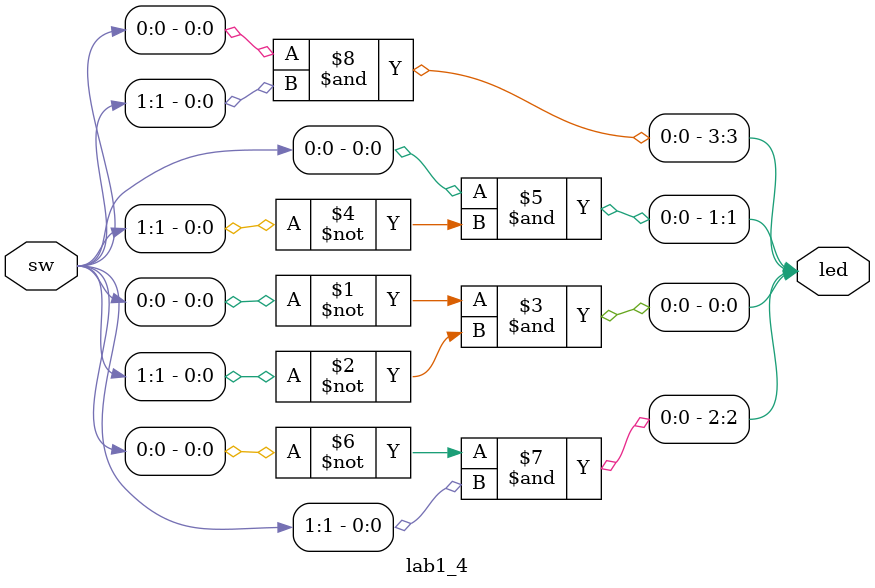
<source format=sv>
module lab1_4 (
	input[1:0] sw,
	output[3:0] led);
	
assign led[0] = ~sw[0] & ~sw[1];
assign led[1] =  sw[0] & ~sw[1];
assign led[2] = ~sw[0] &  sw[1];
assign led[3] =  sw[0] &  sw[1];

endmodule 
</source>
